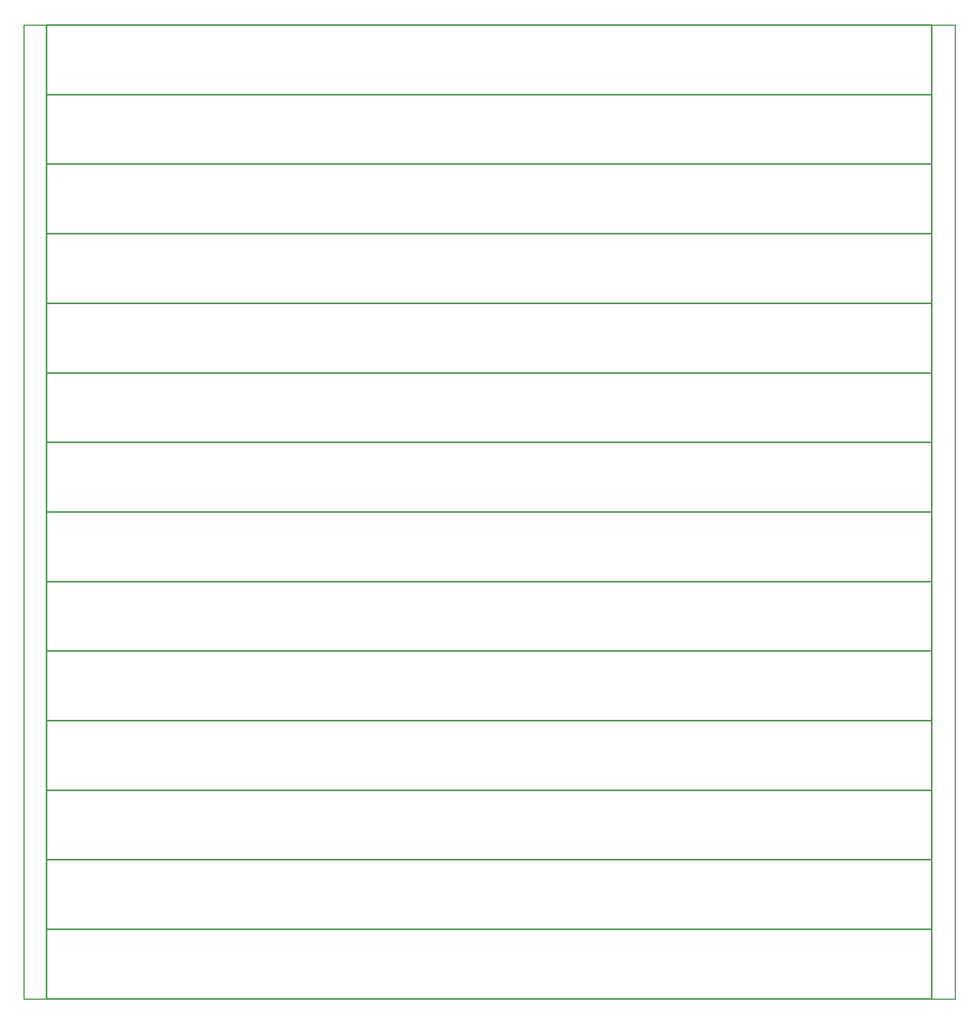
<source format=gko>
G04 Layer_Color=16711935*
%FSLAX44Y44*%
%MOMM*%
G71*
G01*
G75*
%ADD30C,0.2540*%
%ADD49C,0.3000*%
D30*
X2310000Y260000D02*
Y2402000D01*
X260000Y260000D02*
X2310000D01*
X260000D02*
Y2402000D01*
X2310000D01*
D49*
X310000Y260000D02*
Y413000D01*
Y260000D02*
X2258000D01*
Y413000D01*
X310000D02*
X2258000D01*
X310000D02*
Y566000D01*
Y413000D02*
X2258000D01*
Y566000D01*
X310000D02*
X2258000D01*
X310000D02*
Y719000D01*
Y566000D02*
X2258000D01*
Y719000D01*
X310000D02*
X2258000D01*
X310000D02*
Y872000D01*
Y719000D02*
X2258000D01*
Y872000D01*
X310000D02*
X2258000D01*
X310000D02*
Y1025000D01*
Y872000D02*
X2258000D01*
Y1025000D01*
X310000D02*
X2258000D01*
X310000D02*
Y1178000D01*
Y1025000D02*
X2258000D01*
Y1178000D01*
X310000D02*
X2258000D01*
X310000D02*
Y1331000D01*
Y1178000D02*
X2258000D01*
Y1331000D01*
X310000D02*
X2258000D01*
X310000D02*
Y1484000D01*
Y1331000D02*
X2258000D01*
Y1484000D01*
X310000D02*
X2258000D01*
X310000D02*
Y1637000D01*
Y1484000D02*
X2258000D01*
Y1637000D01*
X310000D02*
X2258000D01*
X310000D02*
Y1790000D01*
Y1637000D02*
X2258000D01*
Y1790000D01*
X310000D02*
X2258000D01*
X310000D02*
Y1943000D01*
Y1790000D02*
X2258000D01*
Y1943000D01*
X310000D02*
X2258000D01*
X310000D02*
Y2096000D01*
Y1943000D02*
X2258000D01*
Y2096000D01*
X310000D02*
X2258000D01*
X310000D02*
Y2249000D01*
Y2096000D02*
X2258000D01*
Y2249000D01*
X310000D02*
X2258000D01*
X310000D02*
Y2402000D01*
Y2249000D02*
X2258000D01*
Y2402000D01*
X310000D02*
X2258000D01*
M02*

</source>
